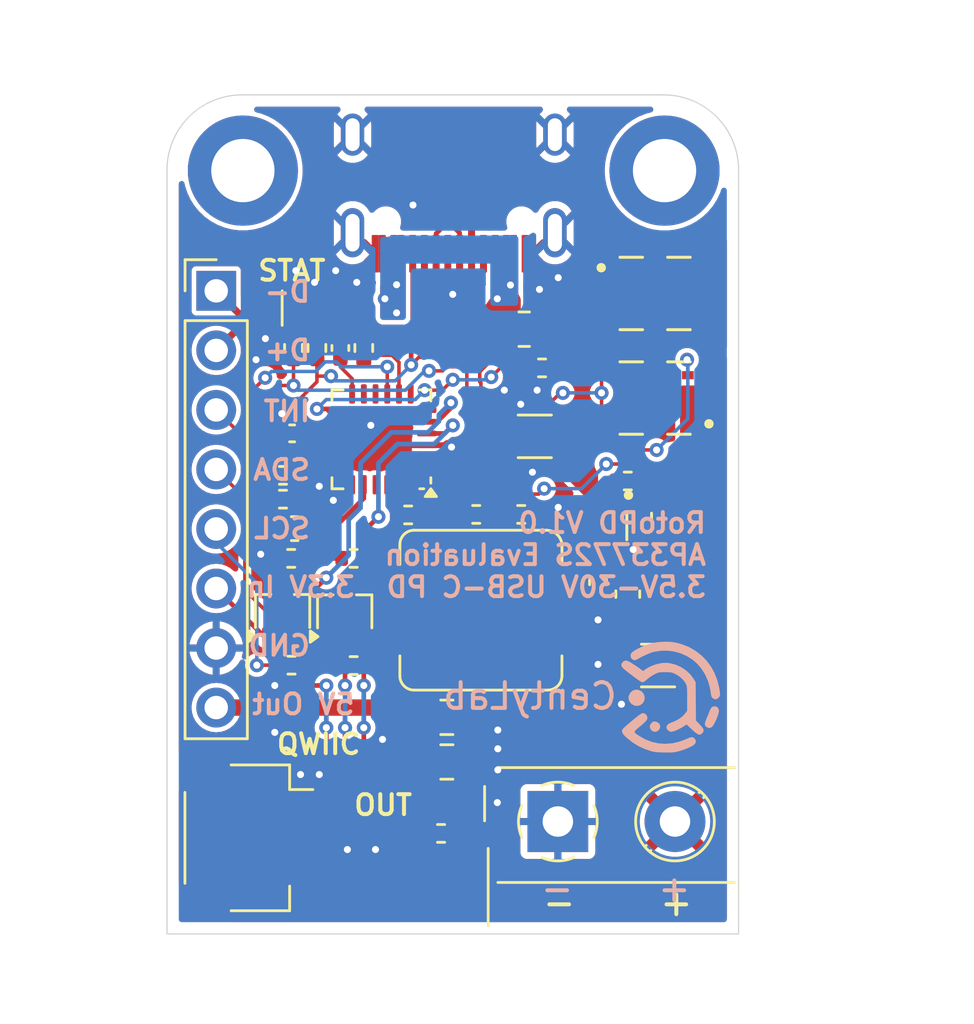
<source format=kicad_pcb>
(kicad_pcb (version 20241229) (generator "pcbnew") (generator_version "9.0")
  (layers (0 "F.Cu" signal) (2 "B.Cu" signal) (13 "F.Paste" user) (15 "B.Paste" user) (5 "F.SilkS" user "F.Silkscreen") (7 "B.SilkS" user "B.Silkscreen") (1 "F.Mask" user) (3 "B.Mask" user) (25 "Edge.Cuts" user))
  (net 0 "")
  (net 1 "Net-(U3-SS)")
  (net 2 "GND")
  (net 3 "/TPS_BOOT")
  (net 4 "/TPS_SW")
  (net 5 "/VBUS_SENSED")
  (net 6 "+5V")
  (net 7 "/VBUS_SW")
  (net 8 "/V5V")
  (net 9 "/V18")
  (net 10 "Net-(D1-A)")
  (net 11 "Net-(D2-A)")
  (net 12 "/VBUS")
  (net 13 "/USB_P")
  (net 14 "/USB_N")
  (net 15 "/CC2")
  (net 18 "/CC1")
  (net 19 "/SDA_3V3")
  (net 20 "/SCL_3V3")
  (net 21 "+3.3V")
  (net 22 "/PD_INT")
  (net 23 "/SCL_5V")
  (net 24 "/SDA_5V")
  (net 25 "Net-(R3-Pad2)")
  (net 26 "Net-(U3-RT)")
  (net 27 "/TPS_FB")
  (net 28 "Net-(U5-VOUT)")
  (net 29 "/PD_INT_3V")
  (net 30 "/PD_LED")
  (net 31 "/NTC")
  (net 33 "/NMOS")
  (net 34 "Net-(U5-PWR_EN)")
  (net 35 "Net-(U5-NC-Pad10)")
  (net 36 "/IFB")
  (footprint "Resistor_SMD:R_0402_1005Metric" (layer "F.Cu") (at 76.431 47.244)
    (property "Reference" "R3" (hide yes))
    (property "Value" "10k")
  )
  (footprint "Transistor_MOSFET:DFN-8(3.3x3.3)" (layer "F.Cu") (at 77.597 39.243)
    (property "Reference" "U4" (hide yes))
    (property "Value" "AON7262E")
  )
  (footprint "Resistor_SMD:R_0402_1005Metric" (layer "F.Cu") (at 64.728 55.118)
    (property "Reference" "R7" (hide yes))
    (property "Value" "5.1k")
  )
  (footprint "Capacitor_SMD:C_0805_2012Metric" (layer "F.Cu") (at 68.707 59.232)
    (property "Reference" "C5" (hide yes))
    (property "Value" "22u")
  )
  (footprint "TerminalBlock_Phoenix:TerminalBlock_Phoenix_MKDS-1,5-2_1x02_P5.00mm_Horizontal" (layer "F.Cu") (at 73.446 61.773)
    (property "Reference" "J3" (hide yes))
    (property "Value" "Screw_Terminal_5mm")
  )
  (footprint "Diode_SMD:D_SMA" (layer "F.Cu") (at 66.961 64.569 180)
    (property "Reference" "D3" (hide yes))
    (property "Value" "D_Schottky")
  )
  (footprint "LED_SMD:LED_0603_1608Metric" (layer "F.Cu") (at 63.161 39.869)
    (property "Reference" "D1" (hide yes))
    (property "Value" "RED")
  )
  (footprint "Resistor_SMD:R_0402_1005Metric" (layer "F.Cu") (at 61.711 47.003)
    (property "Reference" "R13" (hide yes))
    (property "Value" "5.1k")
  )
  (footprint "Capacitor_SMD:C_1206_3216Metric" (layer "F.Cu") (at 72.461 45.339 180)
    (property "Reference" "C3" (hide yes))
    (property "Value" "10u")
  )
  (footprint "LED_SMD:LED_0603_1608Metric" (layer "F.Cu") (at 68.834 61.01 180)
    (property "Reference" "D2" (hide yes))
    (property "Value" "RED")
  )
  (footprint "Transistor_MOSFET:DFN-8(3.3x3.3)" (layer "F.Cu") (at 77.597 43.7045 180)
    (property "Reference" "U6" (hide yes))
    (property "Value" "AON7262E")
  )
  (footprint "Package_TO_SOT_SMD:SOT-323_SC-70" (layer "F.Cu") (at 61.695 52.816 90)
    (property "Reference" "Q1" (hide yes))
    (property "Value" "BSS138")
  )
  (footprint "MountingHole:MountingHole_2.7mm_M2.5_DIN965_Pad_TopBottom" (layer "F.Cu") (at 60 34)
    (property "Reference" "H2" (hide yes))
    (property "Value" "MountingHole")
  )
  (footprint "Resistor_SMD:R_0402_1005Metric" (layer "F.Cu") (at 61.711 48.019)
    (property "Reference" "R14" (hide yes))
    (property "Value" "10k")
  )
  (footprint "Capacitor_SMD:C_0603_1608Metric" (layer "F.Cu") (at 76.431 52.07 -90)
    (property "Reference" "C1" (hide yes))
    (property "Value" "33n")
  )
  (footprint "Resistor_SMD:R_0402_1005Metric" (layer "F.Cu") (at 65.161 41.569 90)
    (property "Reference" "R15" (hide yes))
    (property "Value" "5.1k")
  )
  (footprint "Resistor_SMD:R_0402_1005Metric" (layer "F.Cu") (at 62.161 41.569 90)
    (property "Reference" "R2" (hide yes))
    (property "Value" "5.1k")
  )
  (footprint "Resistor_SMD:R_0402_1005Metric" (layer "F.Cu") (at 69.961 48.669)
    (property "Reference" "R8" (hide yes))
    (property "Value" "52.3k")
  )
  (footprint "Resistor_SMD:R_0402_1005Metric" (layer "F.Cu") (at 71.882 48.669)
    (property "Reference" "R9" (hide yes))
    (property "Value" "10k")
  )
  (footprint "Resistor_SMD:R_0805_2012Metric" (layer "F.Cu") (at 72.009 40.767)
    (property "Reference" "R5" (hide yes))
    (property "Value" "5m")
  )
  (footprint "Diode_TVS:SON50P100X255X50-10N" (layer "F.Cu") (at 68.834 40.669 90)
    (property "Reference" "D4" (hide yes))
    (property "Value" "TPD4E05U06DQAR" (hide yes))
  )
  (footprint "MountingHole:MountingHole_2.7mm_M2.5_DIN965_Pad_TopBottom" (layer "F.Cu") (at 78 34)
    (property "Reference" "H1" (hide yes))
    (property "Value" "MountingHole")
  )
  (footprint "Capacitor_SMD:C_0603_1608Metric" (layer "F.Cu") (at 62.211 49.276 180)
    (property "Reference" "C9" (hide yes))
    (property "Value" "1u")
  )
  (footprint "Resistor_SMD:R_0402_1005Metric" (layer "F.Cu") (at 62.061 50.546 180)
    (property "Reference" "R10" (hide yes))
    (property "Value" "5.1k")
  )
  (footprint "Capacitor_SMD:C_0805_2012Metric" (layer "F.Cu") (at 68.707 57.327)
    (property "Reference" "C4" (hide yes))
    (property "Value" "22u")
  )
  (footprint "Capacitor_SMD:C_1206_3216Metric" (layer "F.Cu") (at 77.724 55.118 180)
    (property "Reference" "C6" (hide yes))
    (property "Value" "10u")
  )
  (footprint "Connector_JST:JST_SH_SM04B-SRSS-TB_1x04-1MP_P1.00mm_Horizontal" (layer "F.Cu") (at 60.211 62.469 -90)
    (property "Reference" "J2" (hide yes))
    (property "Value" "QWIIC")
  )
  (footprint "Resistor_SMD:R_0402_1005Metric" (layer "F.Cu") (at 62.076 55.102 180)
    (property "Reference" "R6" (hide yes))
    (property "Value" "5.1k")
  )
  (footprint "Connector_PinHeader_2.54mm:PinHeader_1x08_P2.54mm_Vertical" (layer "F.Cu") (at 58.861 39.131)
    (property "Reference" "J4" (hide yes))
    (property "Value" "Conn_01x08")
  )
  (footprint "Resistor_SMD:R_0402_1005Metric" (layer "F.Cu") (at 67.056 48.691)
    (property "Reference" "R12" (hide yes))
    (property "Value" "27R")
  )
  (footprint "Resistor_SMD:R_0402_1005Metric" (layer "F.Cu") (at 72.771 42.418)
    (property "Reference" "TH1" (hide yes))
    (property "Value" "Thermistor_NTC")
  )
  (footprint "Interface_USBC:QFN-24-1EP_4x4mm_P0.5mm_EP2.6x2.6mm" (layer "F.Cu") (at 65.913 45.466 180)
    (property "Reference" "U5" (hide yes))
    (property "Value" "AP33772S")
  )
  (footprint "Capacitor_SMD:C_0402_1005Metric" (layer "F.Cu") (at 75.161 51.562 -90)
    (property "Reference" "C2" (hide yes))
    (property "Value" "100nF")
  )
  (footprint "Resistor_SMD:R_0402_1005Metric" (layer "F.Cu") (at 68.461 62.28 180)
    (property "Reference" "R18" (hide yes))
    (property "Value" "10k")
  )
  (footprint "Resistor_SMD:R_0402_1005Metric" (layer "F.Cu") (at 77.066 48.768 -90)
    (property "Reference" "R4" (hide yes))
    (property "Value" "10k")
  )
  (footprint "Connector_USBC:USB_C_GSwitch" (layer "F.Cu") (at 69 37.8 180)
    (property "Reference" "J1" (hide yes))
    (property "Value" "USB_C_Receptacle_USB2.0_16P")
  )
  (footprint "Power_Converter:SOT583" (layer "F.Cu") (at 75.161 49.149 -90)
    (property "Reference" "U3" (hide yes))
    (property "Value" "TPS62933DRLR")
  )
  (footprint "Capacitor_SMD:C_0402_1005Metric" (layer "F.Cu") (at 62.103 45.212 180)
    (property "Reference" "C8" (hide yes))
    (property "Value" "100nF")
  )
  (footprint "Package_TO_SOT_SMD:SOT-323_SC-70" (layer "F.Cu") (at 64.347 52.832 90)
    (property "Reference" "Q2" (hide yes))
    (property "Value" "BSS138")
  )
  (footprint "Inductor_SMD:L_Bourns_SRP7028A_7.3x6.6mm" (layer "F.Cu") (at 70.161 52.755 180)
    (property "Reference" "L1" (hide yes))
    (property "Value" "3.3u")
  )
  (footprint "Resistor_SMD:R_0402_1005Metric" (layer "F.Cu") (at 64.728 50.546)
    (property "Reference" "R11" (hide yes))
    (property "Value" "5.1k")
  )
  (footprint "Capacitor_SMD:C_0402_1005Metric" (layer "F.Cu") (at 64.161 41.569 90)
    (property "Reference" "C10" (hide yes))
    (property "Value" "100nF")
  )
  (footprint "Resistor_SMD:R_0402_1005Metric" (layer "F.Cu") (at 63.161 41.569 90)
    (property "Reference" "R1" (hide yes))
    (property "Value" "5.1k")
  )
  (footprint "Logo:CentyLab_logo" (layer "B.Cu") (at 78.261 56.469 180)
    (property "Reference" "G***" (hide yes))
    (property "Value" "LOGO" (hide yes))
  )
  (gr_line (start 81.161 33.969) (end 81.161 66.569) (stroke (width 0.05)) (layer "Edge.Cuts"))
  (gr_line (start 81.161 66.569) (end 56.761 66.569) (stroke (width 0.05)) (layer "Edge.Cuts"))
  (gr_arc (start 56.761 33.969) (mid 57.698258 31.706258) (end 59.961 30.769) (stroke (width 0.05)) (layer "Edge.Cuts"))
  (gr_arc (start 77.961 30.769) (mid 80.223742 31.706258) (end 81.161 33.969) (stroke (width 0.05)) (layer "Edge.Cuts"))
  (gr_line (start 56.761 66.569) (end 56.761 33.969) (stroke (width 0.05)) (layer "Edge.Cuts"))
  (gr_line (start 59.961 30.769) (end 77.961 30.769) (stroke (width 0.05)) (layer "Edge.Cuts"))
  (gr_text "QWIIC" (at 61.361 58.969 0) (layer "F.SilkS") (effects (font (size 0.85 0.85) (thickness 0.17) (bold yes)) (justify left bottom)))
  (gr_text "+" (at 77.711 65.869 -0) (layer "F.SilkS") (effects (font (size 1.1 1.1) (thickness 0.17)) (justify left bottom)))
  (gr_text "STAT" (at 60.561 38.769 0) (layer "F.SilkS") (effects (font (size 0.85 0.85) (thickness 0.17) (bold yes)) (justify left bottom)))
  (gr_text "-" (at 72.711 65.869 -0) (layer "F.SilkS") (effects (font (size 1.1 1.1) (thickness 0.17)) (justify left bottom)))
  (gr_text "OUT" (at 64.661 61.569 0) (layer "F.SilkS") (effects (font (size 0.85 0.85) (thickness 0.17) (bold yes)) (justify left bottom)))
  (gr_text "SDA" (at 62.961 47.269 0) (layer "B.SilkS") (effects (font (size 0.85 0.85) (thickness 0.17) (bold yes)) (justify left bottom mirror)))
  (gr_text "CentyLab" (at 76.061 57.069 0) (layer "B.SilkS") (effects (font (size 1.1 1.1) (thickness 0.17)) (justify left bottom mirror)))
  (gr_text "SCL" (at 62.961 49.769 0) (layer "B.SilkS") (effects (font (size 0.85 0.85) (thickness 0.17) (bold yes)) (justify left bottom mirror)))
  (gr_text "D+" (at 62.961 42.169 0) (layer "B.SilkS") (effects (font (size 0.85 0.85) (thickness 0.17) (bold yes)) (justify left bottom mirror)))
  (gr_text "+" (at 79.211 65.269 0) (layer "B.SilkS") (effects (font (size 1.1 1.1) (thickness 0.17)) (justify left bottom mirror)))
  (gr_text "D-" (at 62.961 39.669 0) (layer "B.SilkS") (effects (font (size 0.85 0.85) (thickness 0.17) (bold yes)) (justify left bottom mirror)))
  (gr_text "-" (at 74.211 65.269 0) (layer "B.SilkS") (effects (font (size 1.1 1.1) (thickness 0.17)) (justify left bottom mirror)))
  (gr_text "5V Out" (at 64.861 57.269 0) (layer "B.SilkS") (effects (font (size 0.85 0.85) (thickness 0.17) (bold yes)) (justify left bottom mirror)))
  (gr_text "GND" (at 62.961 54.769 -0) (layer "B.SilkS") (effects (font (size 0.85 0.85) (thickness 0.17) (bold yes)) (justify left bottom mirror)))
  (gr_text "INT" (at 62.961 44.769 0) (layer "B.SilkS") (effects (font (size 0.85 0.85) (thickness 0.17) (bold yes)) (justify left bottom mirror)))
  (gr_text "3.3V In" (at 64.861 52.269 0) (layer "B.SilkS") (effects (font (size 0.85 0.85) (thickness 0.17) (bold yes)) (justify left bottom mirror)))
  (gr_text "RotoPD V1.0\nAP33772S Evaluation\n3.5V-30V USB-C PD" (at 79.861 52.269 0) (layer "B.SilkS") (effects (font (size 0.85 0.85) (thickness 0.17)) (justify left bottom mirror)))
  (segment (start 75.411 49.884) (end 75.411 50.275) (width 0.15) (layer "F.Cu") (net 1))
  (segment (start 75.411 50.275) (end 76.431 51.295) (width 0.15) (layer "F.Cu") (net 1))
  (segment (start 73.281 42.418) (end 73.281 42.649) (width 0.15) (layer "F.Cu") (net 2))
  (segment (start 73.281 42.649) (end 72.561 43.369) (width 0.15) (layer "F.Cu") (net 2))
  (via (at 67.261 35.469) (size 0.6) (drill 0.3) (layers "F.Cu" "B.Cu") (net 2))
  (via (at 65.661 62.969) (size 0.6) (drill 0.3) (layers "F.Cu" "B.Cu") (net 2))
  (via (at 65.461 44.869) (size 0.6) (drill 0.3) (layers "F.Cu" "B.Cu") (net 2))
  (via (at 65.961 58.269) (size 0.6) (drill 0.3) (layers "F.Cu" "B.Cu") (net 2))
  (via (at 70.883439 57.869) (size 0.6) (drill 0.3) (layers "F.Cu" "B.Cu") (net 2))
  (via (at 73.461 48.369) (size 0.6) (drill 0.3) (layers "F.Cu" "B.Cu") (net 2))
  (via (at 63.961 38.269) (size 0.6) (drill 0.3) (layers "F.Cu" "B.Cu") (net 2))
  (via (at 63.861 48.069) (size 0.6) (drill 0.3) (layers "F.Cu" "B.Cu") (net 2))
  (via (at 60.961 41.169) (size 0.6) (drill 0.3) (layers "F.Cu" "B.Cu") (net 2))
  (via (at 64.861 38.769) (size 0.6) (drill 0.3) (layers "F.Cu" "B.Cu") (net 2))
  (via (at 62.261 38.269) (size 0.6) (drill 0.3) (layers "F.Cu" "B.Cu") (net 2))
  (via (at 63.261 47.469) (size 0.6) (drill 0.3) (layers "F.Cu" "B.Cu") (net 2))
  (via (at 75.161 53.169) (size 0.6) (drill 0.3) (layers "F.Cu" "B.Cu") (net 2))
  (via (at 63.061 38.769) (size 0.6) (drill 0.3) (layers "F.Cu" "B.Cu") (net 2))
  (via (at 70.861 60.965348) (size 0.6) (drill 0.3) (layers "F.Cu" "B.Cu") (net 2))
  (via (at 60.561 42.069) (size 0.6) (drill 0.3) (layers "F.Cu" "B.Cu") (net 2))
  (via (at 62.461 59.769) (size 0.6) (drill 0.3) (layers "F.Cu" "B.Cu") (net 2))
  (via (at 76.161 56.769) (size 0.6) (drill 0.3) (layers "F.Cu" "B.Cu") (net 2))
  (via (at 61.361 57.969) (size 0.6) (drill 0.3) (layers "F.Cu" "B.Cu") (net 2))
  (via (at 72.361 46.869) (size 0.6) (drill 0.3) (layers "F.Cu" "B.Cu") (net 2))
  (via (at 61.661 44.369) (size 0.6) (drill 0.3) (layers "F.Cu" "B.Cu") (net 2))
  (via (at 71.161 43.369) (size 0.6) (drill 0.3) (layers "F.Cu" "B.Cu") (net 2))
  (via (at 68.907486 45.796568) (size 0.6) (drill 0.3) (layers "F.Cu" "B.Cu") (net 2))
  (via (at 71.861 43.969) (size 0.6) (drill 0.3) (layers "F.Cu" "B.Cu") (net 2))
  (via (at 76.661 50.169) (size 0.6) (drill 0.3) (layers "F.Cu" "B.Cu") (net 2))
  (via (at 70.883439 58.669) (size 0.6) (drill 0.3) (layers "F.Cu" "B.Cu") (net 2))
  (via (at 70.883439 59.569) (size 0.6) (drill 0.3) (layers "F.Cu" "B.Cu") (net 2))
  (via (at 60.761 50.369) (size 0.6) (drill 0.3) (layers "F.Cu" "B.Cu") (net 2))
  (via (at 72.661 39.069) (size 0.6) (drill 0.3) (layers "F.Cu" "B.Cu") (net 2))
  (via (at 61.361 55.969) (size 0.6) (drill 0.3) (layers "F.Cu" "B.Cu") (net 2))
  (via (at 75.161 55.069) (size 0.6) (drill 0.3) (layers "F.Cu" "B.Cu") (net 2))
  (via (at 73.461 38.569) (size 0.6) (drill 0.3) (layers "F.Cu" "B.Cu") (net 2))
  (via (at 68.958303 39.27956) (size 0.6) (drill 0.3) (layers "F.Cu" "B.Cu") (net 2))
  (via (at 64.461 62.969) (size 0.6) (drill 0.3) (layers "F.Cu" "B.Cu") (net 2))
  (via (at 63.261 59.769) (size 0.6) (drill 0.3) (layers "F.Cu" "B.Cu") (net 2))
  (via (at 72.561 43.369) (size 0.6) (drill 0.3) (layers "F.Cu" "B.Cu") (net 2))
  (segment (start 74.911 49.884) (end 74.911 50.832) (width 0.15) (layer "F.Cu") (net 3))
  (segment (start 74.911 50.832) (end 75.161 51.082) (width 0.15) (layer "F.Cu") (net 3))
  (segment (start 70.061 44.21461) (end 70.161 44.11461) (width 0.15) (layer "F.Cu") (net 5))
  (segment (start 70.061 45.969) (end 70.061 44.21461) (width 0.15) (layer "F.Cu") (net 5))
  (segment (start 68.6265 47.4035) (end 70.061 45.969) (width 0.15) (layer "F.Cu") (net 5))
  (segment (start 72.9215 41.2515) (end 72.9215 40.767) (width 0.15) (layer "F.Cu") (net 5))
  (segment (start 70.161 44.11461) (end 70.161 43.061965) (width 0.15) (layer "F.Cu") (net 5))
  (segment (start 72.39 41.783) (end 72.9215 41.2515) (width 0.15) (layer "F.Cu") (net 5))
  (segment (start 70.161 43.061965) (end 70.1115 43.012465) (width 0.15) (layer "F.Cu") (net 5))
  (segment (start 70.1115 43.012465) (end 70.1115 42.5835) (width 0.15) (layer "F.Cu") (net 5))
  (segment (start 70.1115 42.5835) (end 70.912 41.783) (width 0.15) (layer "F.Cu") (net 5))
  (segment (start 70.912 41.783) (end 72.39 41.783) (width 0.15) (layer "F.Cu") (net 5))
  (segment (start 67.163 47.4035) (end 68.6265 47.4035) (width 0.15) (layer "F.Cu") (net 5))
  (segment (start 58.861 56.911) (end 65.761 56.911) (width 0.7) (layer "F.Cu") (net 6))
  (segment (start 65.783 56.889) (end 65.761 56.911) (width 0.15) (layer "F.Cu") (net 6))
  (segment (start 67.341 56.911) (end 67.757 57.327) (width 0.5) (layer "F.Cu") (net 6))
  (segment (start 66.861 49.469) (end 65.783 50.547) (width 0.15) (layer "F.Cu") (net 6))
  (segment (start 65.761 56.911) (end 67.341 56.911) (width 0.7) (layer "F.Cu") (net 6))
  (segment (start 65.783 50.547) (end 65.783 56.889) (width 0.15) (layer "F.Cu") (net 6))
  (segment (start 69.467 48.437) (end 69.467 48.653) (width 0.15) (layer "F.Cu") (net 6))
  (segment (start 68.651 49.469) (end 66.861 49.469) (width 0.15) (layer "F.Cu") (net 6))
  (segment (start 69.467 48.653) (end 68.651 49.469) (width 0.15) (layer "F.Cu") (net 6))
  (segment (start 77.911 46.519) (end 77.961 46.569) (width 0.15) (layer "F.Cu") (net 7))
  (segment (start 69.328 47.802) (end 68.834 48.296) (width 0.15) (layer "F.Cu") (net 7))
  (segment (start 68.58 48.691) (end 67.566 48.691) (width 0.15) (layer "F.Cu") (net 7))
  (segment (start 68.834 48.437) (end 68.58 48.691) (width 0.15) (layer "F.Cu") (net 7))
  (segment (start 72.628 47.802) (end 69.328 47.802) (width 0.15) (layer "F.Cu") (net 7))
  (segment (start 68.834 48.296) (end 68.834 48.437) (width 0.15) (layer "F.Cu") (net 7))
  (segment (start 75.511 46.519) (end 77.911 46.519) (width 0.15) (layer "F.Cu") (net 7))
  (segment (start 72.861 47.569) (end 72.628 47.802) (width 0.15) (layer "F.Cu") (net 7))
  (via (at 72.861 47.569) (size 0.6) (drill 0.3) (layers "F.Cu" "B.Cu") (net 7))
  (via (at 75.511 46.519) (size 0.6) (drill 0.3) (layers "F.Cu" "B.Cu") (net 7))
  (segment (start 75.511 46.519) (end 74.461 47.569) (width 0.15) (layer "B.Cu") (net 7))
  (segment (start 74.461 47.569) (end 72.861 47.569) (width 0.15) (layer "B.Cu") (net 7))
  (segment (start 62.571 50.546) (end 64.218 50.546) (width 0.2) (layer "F.Cu") (net 8))
  (segment (start 65.163 47.980386) (end 65.163 47.4035) (width 0.2) (layer "F.Cu") (net 8))
  (segment (start 63.867386 49.276) (end 65.163 47.980386) (width 0.2) (layer "F.Cu") (net 8))
  (segment (start 62.986 49.276) (end 63.867386 49.276) (width 0.2) (layer "F.Cu") (net 8))
  (segment (start 62.571 49.691) (end 62.986 49.276) (width 0.2) (layer "F.Cu") (net 8))
  (segment (start 62.571 50.546) (end 62.571 49.691) (width 0.2) (layer "F.Cu") (net 8))
  (segment (start 64.161 42.049) (end 64.161 42.374965) (width 0.15) (layer "F.Cu") (net 9))
  (segment (start 64.161 42.374965) (end 64.663 42.876965) (width 0.15) (layer "F.Cu") (net 9))
  (segment (start 64.663 42.876965) (end 64.663 43.5285) (width 0.15) (layer "F.Cu") (net 9))
  (segment (start 65.161 41.059) (end 65.1385 41.059) (width 0.15) (layer "F.Cu") (net 10))
  (segment (start 65.1385 41.059) (end 63.9485 39.869) (width 0.15) (layer "F.Cu") (net 10))
  (segment (start 68.0465 61.01) (end 68.0465 62.1845) (width 0.2) (layer "F.Cu") (net 11))
  (segment (start 68.0465 62.1845) (end 67.951 62.28) (width 0.2) (layer "F.Cu") (net 11))
  (segment (start 69.561 42.469) (end 71.0965 40.9335) (width 0.15) (layer "F.Cu") (net 12))
  (segment (start 68.814 46.716) (end 69.561 45.969) (width 0.15) (layer "F.Cu") (net 12))
  (segment (start 69.561 45.969) (end 69.561 42.469) (width 0.15) (layer "F.Cu") (net 12))
  (segment (start 71.0965 40.9335) (end 71.0965 40.767) (width 0.15) (layer "F.Cu") (net 12))
  (segment (start 67.8505 46.716) (end 68.814 46.716) (width 0.15) (layer "F.Cu") (net 12))
  (via (at 66.561 40.069) (size 0.6) (drill 0.3) (layers "F.Cu" "B.Cu") (net 12))
  (via (at 66.061 39.469) (size 0.6) (drill 0.3) (layers "F.Cu" "B.Cu") (net 12))
  (via (at 71.423718 38.882591) (size 0.6) (drill 0.3) (layers "F.Cu" "B.Cu") (net 12))
  (via (at 66.561 38.869) (size 0.6) (drill 0.3) (layers "F.Cu" "B.Cu") (net 12))
  (via (at 70.861 39.469) (size 0.6) (drill 0.3) (layers "F.Cu" "B.Cu") (net 12))
  (segment (start 61.211 39.572554) (end 61.211 37.772554) (width 0.3) (layer "F.Cu") (net 13))
  (segment (start 61.211 37.772554) (end 64.464554 34.519) (width 0.3) (layer "F.Cu") (net 13))
  (segment (start 67.957446 34.519) (end 68.195154 34.756708) (width 0.3) (layer "F.Cu") (net 13))
  (segment (start 68.25 37.546) (end 68.25 38.403522) (width 0.2) (layer "F.Cu") (net 13))
  (segment (start 67.8434 40.061) (end 67.8434 41.077) (width 0.2) (layer "F.Cu") (net 13))
  (segment (start 68.195154 36.148898) (end 68.456901 36.410645) (width 0.3) (layer "F.Cu") (net 13))
  (segment (start 58.861 41.671) (end 59.881 40.651) (width 0.3) (layer "F.Cu") (net 13))
  (segment (start 69.25 36.658) (end 69.25 37.546) (width 0.2) (layer "F.Cu") (net 13))
  (segment (start 59.881 40.651) (end 60.132554 40.651) (width 0.3) (layer "F.Cu") (net 13))
  (segment (start 60.132554 40.651) (end 61.211 39.572554) (width 0.3) (layer "F.Cu") (net 13))
  (segment (start 68.25 37.546) (end 68.25 36.688256) (width 0.2) (layer "F.Cu") (net 13))
  (segment (start 69.038 36.446) (end 69.25 36.658) (width 0.2) (layer "F.Cu") (net 13))
  (segment (start 64.464554 34.519) (end 67.957446 34.519) (width 0.3) (layer "F.Cu") (net 13))
  (segment (start 68.25 36.688256) (end 68.492256 36.446) (width 0.2) (layer "F.Cu") (net 13))
  (segment (start 68.492256 36.446) (end 69.038 36.446) (width 0.2) (layer "F.Cu") (net 13))
  (segment (start 67.8434 38.810122) (end 67.8434 39.751) (width 0.2) (layer "F.Cu") (net 13))
  (segment (start 68.195154 34.756708) (end 68.195154 36.148898) (width 0.3) (layer "F.Cu") (net 13))
  (segment (start 68.25 38.403522) (end 67.8434 38.810122) (width 0.2) (layer "F.Cu") (net 13))
  (segment (start 60.711 39.365446) (end 60.711 37.565446) (width 0.3) (layer "F.Cu") (net 14))
  (segment (start 59.925446 40.151) (end 60.711 39.365446) (width 0.3) (layer "F.Cu") (net 14))
  (segment (start 68.5968 38.669) (end 69.484522 38.669) (width 0.2) (layer "F.Cu") (net 14))
  (segment (start 68.326 39.751) (end 68.326 38.9398) (width 0.2) (layer "F.Cu") (net 14))
  (segment (start 68.5289 38.7369) (end 68.748 38.5178) (width 0.2) (layer "F.Cu") (net 14))
  (segment (start 60.711 37.565446) (end 64.257446 34.019) (width 0.3) (layer "F.Cu") (net 14))
  (segment (start 68.695154 34.5496) (end 68.695154 35.703154) (width 0.3) (layer "F.Cu") (net 14))
  (segment (start 68.326 40.061) (end 68.326 41.077) (width 0.2) (layer "F.Cu") (net 14))
  (segment (start 68.748 38.5178) (end 68.748 37.546) (width 0.2) (layer "F.Cu") (net 14))
  (segment (start 59.881 40.151) (end 59.925446 40.151) (width 0.3) (layer "F.Cu") (net 14))
  (segment (start 69.762 38.391522) (end 69.762 37.546) (width 0.2) (layer "F.Cu") (net 14))
  (segment (start 64.257446 34.019) (end 68.164554 34.019) (width 0.3) (layer "F.Cu") (net 14))
  (segment (start 69.484522 38.669) (end 69.762 38.391522) (width 0.2) (layer "F.Cu") (net 14))
  (segment (start 68.164554 34.019) (end 68.695154 34.5496) (width 0.3) (layer "F.Cu") (net 14))
  (segment (start 69.361 35.869) (end 69.762 36.27) (width 0.3) (layer "F.Cu") (net 14))
  (segment (start 68.5289 38.7369) (end 68.5968 38.669) (width 0.2) (layer "F.Cu") (net 14))
  (segment (start 58.861 39.131) (end 59.881 40.151) (width 0.3) (layer "F.Cu") (net 14))
  (segment (start 69.762 36.27) (end 69.762 37.546) (width 0.3) (layer "F.Cu") (net 14))
  (segment (start 68.326 38.9398) (end 68.5289 38.7369) (width 0.2) (layer "F.Cu") (net 14))
  (segment (start 68.861 35.869) (end 69.361 35.869) (width 0.3) (layer "F.Cu") (net 14))
  (segment (start 68.695154 35.703154) (end 68.861 35.869) (width 0.3) (layer "F.Cu") (net 14))
  (segment (start 63.161 43.011) (end 63.161 42.769) (width 0.15) (layer "F.Cu") (net 15))
  (segment (start 67.25 37.546) (end 67.25 41.54832) (width 0.2) (layer "F.Cu") (net 15))
  (segment (start 69.342 40.061) (end 69.342 41.077) (width 0.2) (layer "F.Cu") (net 15))
  (segment (start 67.183 42.291) (end 67.506893 41.967107) (width 0.15) (layer "F.Cu") (net 15))
  (segment (start 62.403 43.769) (end 63.161 43.011) (width 0.15) (layer "F.Cu") (net 15))
  (segment (start 63.9755 45.716) (end 63.377 45.716) (width 0.15) (layer "F.Cu") (net 15))
  (segment (start 67.25 41.54832) (end 67.183 41.61532) (width 0.2) (layer "F.Cu") (net 15))
  (segment (start 60.96 44.323) (end 61.514 43.769) (width 0.15) (layer "F.Cu") (net 15))
  (segment (start 69.342 41.588) (end 69.342 41.2916) (width 0.15) (layer "F.Cu") (net 15))
  (segment (start 61.514 43.769) (end 62.403 43.769) (width 0.15) (layer "F.Cu") (net 15))
  (segment (start 68.962893 41.967107) (end 69.342 41.588) (width 0.15) (layer "F.Cu") (net 15))
  (segment (start 67.183 41.61532) (end 67.183 42.291) (width 0.2) (layer "F.Cu") (net 15))
  (segment (start 63.377 45.716) (end 63.373 45.72) (width 0.15) (layer "F.Cu") (net 15))
  (segment (start 67.506893 41.967107) (end 68.962893 41.967107) (width 0.15) (layer "F.Cu") (net 15))
  (segment (start 63.761 42.769) (end 63.161 42.769) (width 0.15) (layer "F.Cu") (net 15))
  (segment (start 63.161 42.769) (end 63.161 42.166) (width 0.15) (layer "F.Cu") (net 15))
  (segment (start 63.246 45.72) (end 63.125 45.841) (width 0.15) (layer "F.Cu") (net 15))
  (segment (start 61.081 45.841) (end 60.96 45.72) (width 0.15) (layer "F.Cu") (net 15))
  (segment (start 63.125 45.841) (end 61.081 45.841) (width 0.15) (layer "F.Cu") (net 15))
  (segment (start 63.373 45.72) (end 63.246 45.72) (width 0.15) (layer "F.Cu") (net 15))
  (segment (start 60.96 45.72) (end 60.96 44.323) (width 0.15) (layer "F.Cu") (net 15))
  (via (at 63.761 42.769) (size 0.6) (drill 0.3) (layers "F.Cu" "B.Cu") (net 15))
  (via (at 67.183 42.291) (size 0.6) (drill 0.3) (layers "F.Cu" "B.Cu") (net 15))
  (segment (start 66.505 42.969) (end 63.961 42.969) (width 0.15) (layer "B.Cu") (net 15))
  (segment (start 63.961 42.969) (end 63.761 42.769) (width 0.15) (layer "B.Cu") (net 15))
  (segment (start 67.183 42.291) (end 66.505 42.969) (width 0.15) (layer "B.Cu") (net 15))
  (segment (start 67.945 42.545) (end 68.522035 42.545) (width 0.15) (layer "F.Cu") (net 18))
  (segment (start 60.66 44.117) (end 61.608 43.169) (width 0.15) (layer "F.Cu") (net 18))
  (segment (start 63.9755 46.216) (end 61.031736 46.216) (width 0.15) (layer "F.Cu") (net 18))
  (segment (start 69.8246 39.3054) (end 69.8246 40.061) (width 0.2) (layer "F.Cu") (net 18))
  (segment (start 68.698035 42.369) (end 69.161 42.369) (width 0.15) (layer "F.Cu") (net 18))
  (segment (start 68.522035 42.545) (end 68.698035 42.369) (width 0.15) (layer "F.Cu") (net 18))
  (segment (start 61.608 43.169) (end 62.161 43.169) (width 0.15) (layer "F.Cu") (net 18))
  (segment (start 69.161 42.369) (end 69.8246 41.7054) (width 0.15) (layer "F.Cu") (net 18))
  (segment (start 70.27 37.546) (end 70.27 38.86) (width 0.2) (layer "F.Cu") (net 18))
  (segment (start 70.27 38.86) (end 69.8246 39.3054) (width 0.2) (layer "F.Cu") (net 18))
  (segment (start 60.66 45.844264) (end 60.66 44.117) (width 0.15) (layer "F.Cu") (net 18))
  (segment (start 69.8246 40.061) (end 69.8246 41.077) (width 0.2) (layer "F.Cu") (net 18))
  (segment (start 61.031736 46.216) (end 60.66 45.844264) (width 0.15) (layer "F.Cu") (net 18))
  (segment (start 62.161 43.169) (end 62.161 42.166) (width 0.15) (layer "F.Cu") (net 18))
  (segment (start 69.8246 41.7054) (end 69.8246 41.077) (width 0.15) (layer "F.Cu") (net 18))
  (via (at 67.945 42.545) (size 0.6) (drill 0.3) (layers "F.Cu" "B.Cu") (net 18))
  (via (at 62.161 43.169) (size 0.6) (drill 0.3) (layers "F.Cu" "B.Cu") (net 18))
  (segment (start 67.760035 42.545) (end 66.936035 43.369) (width 0.15) (layer "B.Cu") (net 18))
  (segment (start 66.936035 43.369) (end 62.361 43.369) (width 0.15) (layer "B.Cu") (net 18))
  (segment (start 67.945 42.545) (end 67.760035 42.545) (width 0.15) (layer "B.Cu") (net 18))
  (segment (start 62.361 43.369) (end 62.161 43.169) (width 0.15) (layer "B.Cu") (net 18))
  (segment (start 65.161 55.969) (end 65.161 55.195) (width 0.2) (layer "F.Cu") (net 19))
  (segment (start 61.061 52.869) (end 60.083403 51.891403) (width 0.15) (layer "F.Cu") (net 19))
  (segment (start 64.997 53.832) (end 64.997 54.877) (width 0.15) (layer "F.Cu") (net 19))
  (segment (start 64.029 52.864) (end 61.066 52.864) (width 0.15) (layer "F.Cu") (net 19))
  (segment (start 64.997 54.877) (end 65.238 55.118) (width 0.15) (layer "F.Cu") (net 19))
  (segment (start 65.161 55.195) (end 65.238 55.118) (width 0.2) (layer "F.Cu") (net 19))
  (segment (start 60.083403 47.973403) (end 58.861 46.751) (width 0.15) (layer "F.Cu") (net 19))
  (segment (start 65.161 61.169) (end 63.361 62.969) (width 0.2) (layer "F.Cu") (net 19))
  (segment (start 63.361 62.969) (end 62.211 62.969) (width 0.2) (layer "F.Cu") (net 19))
  (segment (start 64.997 53.832) (end 64.029 52.864) (width 0.15) (layer "F.Cu") (net 19))
  (segment (start 60.083403 51.891403) (end 60.083403 47.973403) (width 0.15) (layer "F.Cu") (net 19))
  (segment (start 65.161 57.769) (end 65.161 61.169) (width 0.2) (layer "F.Cu") (net 19))
  (segment (start 61.066 52.864) (end 61.061 52.869) (width 0.15) (layer "F.Cu") (net 19))
  (via (at 65.161 55.969) (size 0.6) (drill 0.3) (layers "F.Cu" "B.Cu") (net 19))
  (via (at 65.161 57.769) (size 0.6) (drill 0.3) (layers "F.Cu" "B.Cu") (net 19))
  (segment (start 65.161 57.769) (end 65.161 55.969) (width 0.2) (layer "B.Cu") (net 19))
  (segment (start 62.111 59.019) (end 60.761 60.369) (width 0.2) (layer "F.Cu") (net 20))
  (segment (start 61.436001 63.969) (end 62.211 63.969) (width 0.2) (layer "F.Cu") (net 20))
  (segment (start 60.761 60.369) (end 60.761 63.293999) (width 0.2) (layer "F.Cu") (net 20))
  (segment (start 62.433 55.969) (end 61.566 55.102) (width 0.2) (layer "F.Cu") (net 20))
  (segment (start 63.561 55.969) (end 62.433 55.969) (width 0.2) (layer "F.Cu") (net 20))
  (segment (start 62.961 59.019) (end 62.111 59.019) (width 0.2) (layer "F.Cu") (net 20))
  (segment (start 60.761 63.293999) (end 61.436001 63.969) (width 0.2) (layer "F.Cu") (net 20))
  (segment (start 62.345 53.816) (end 62.345 54.323) (width 0.15) (layer "F.Cu") (net 20))
  (segment (start 62.345 54.323) (end 61.566 55.102) (width 0.15) (layer "F.Cu") (net 20))
  (segment (start 63.561 57.769) (end 63.561 58.419) (width 0.2) (layer "F.Cu") (net 20))
  (segment (start 60.594 55.102) (end 61.566 55.102) (width 0.15) (layer "F.Cu") (net 20))
  (segment (start 63.561 58.419) (end 62.961 59.019) (width 0.2) (layer "F.Cu") (net 20))
  (via (at 63.561 55.969) (size 0.6) (drill 0.3) (layers "F.Cu" "B.Cu") (net 20))
  (via (at 60.594 55.102) (size 0.6) (drill 0.3) (layers "F.Cu" "B.Cu") (net 20))
  (via (at 63.561 57.769) (size 0.6) (drill 0.3) (layers "F.Cu" "B.Cu") (net 20))
  (segment (start 60.594 55.102) (end 60.594 51.602) (width 0.15) (layer "B.Cu") (net 20))
  (segment (start 63.561 57.769) (end 63.561 55.969) (width 0.2) (layer "B.Cu") (net 20))
  (segment (start 58.861 49.869) (end 58.861 49.291) (width 0.15) (layer "B.Cu") (net 20))
  (segment (start 60.594 51.602) (end 58.861 49.869) (width 0.15) (layer "B.Cu") (net 20))
  (segment (start 64.218 55.118) (end 64.218 54.353) (width 0.2) (layer "F.Cu") (net 21))
  (segment (start 64.361 61.23316) (end 64.361 57.769) (width 0.2) (layer "F.Cu") (net 21))
  (segment (start 62.211 61.969) (end 63.62516 61.969) (width 0.2) (layer "F.Cu") (net 21))
  (segment (start 62.958 53.166) (end 61.695 53.166) (width 0.2) (layer "F.Cu") (net 21))
  (segment (start 61.695 53.166) (end 61.045 53.816) (width 0.2) (layer "F.Cu") (net 21))
  (segment (start 63.624 53.832) (end 62.958 53.166) (width 0.2) (layer "F.Cu") (net 21))
  (segment (start 60.846 53.816) (end 58.861 51.831) (width 0.2) (layer "F.Cu") (net 21))
  (segment (start 64.218 54.353) (end 63.697 53.832) (width 0.2) (layer "F.Cu") (net 21))
  (segment (start 64.202 55.102) (end 64.218 55.118) (width 0.2) (layer "F.Cu") (net 21))
  (segment (start 61.045 53.816) (end 60.846 53.816) (width 0.2) (layer "F.Cu") (net 21))
  (segment (start 62.586 55.102) (end 64.202 55.102) (width 0.2) (layer "F.Cu") (net 21))
  (segment (start 63.62516 61.969) (end 64.361 61.23316) (width 0.2) (layer "F.Cu") (net 21))
  (segment (start 63.697 53.832) (end 63.624 53.832) (width 0.2) (layer "F.Cu") (net 21))
  (segment (start 64.361 55.969) (end 64.361 55.261) (width 0.2) (layer "F.Cu") (net 21))
  (segment (start 64.361 55.261) (end 64.218 55.118) (width 0.2) (layer "F.Cu") (net 21))
  (via (at 64.361 57.769) (size 0.6) (drill 0.3) (layers "F.Cu" "B.Cu") (net 21))
  (via (at 64.361 55.969) (size 0.6) (drill 0.3) (layers "F.Cu" "B.Cu") (net 21))
  (segment (start 64.361 57.769) (end 64.361 55.969) (width 0.2) (layer "B.Cu") (net 21))
  (segment (start 60.950196 42.840082) (end 60.327916 43.462362) (width 0.15) (layer "F.Cu") (net 22))
  (segment (start 60.327916 46.129916) (end 61.201 47.003) (width 0.15) (layer "F.Cu") (net 22))
  (segment (start 66.163 42.369) (end 66.163 43.5285) (width 0.15) (layer "F.Cu") (net 22))
  (segment (start 60.327916 43.462362) (end 60.327916 46.129916) (width 0.15) (layer "F.Cu") (net 22))
  (via (at 60.950196 42.840082) (size 0.6) (drill 0.3) (layers "F.Cu" "B.Cu") (net 22))
  (via (at 66.163 42.369) (size 0.6) (drill 0.3) (layers "F.Cu" "B.Cu") (net 22))
  (segment (start 63.988746 42.161437) (end 64.196309 42.369) (width 0.15) (layer "B.Cu") (net 22))
  (segment (start 63.515057 42.161437) (end 63.988746 42.161437) (width 0.15) (layer "B.Cu") (net 22))
  (segment (start 64.196309 42.369) (end 66.163 42.369) (width 0.15) (layer "B.Cu") (net 22))
  (segment (start 60.950196 42.840082) (end 61.221278 42.569) (width 0.15) (layer "B.Cu") (net 22))
  (segment (start 61.221278 42.569) (end 63.107494 42.569) (width 0.15) (layer "B.Cu") (net 22))
  (segment (start 63.107494 42.569) (end 63.515057 42.161437) (width 0.15) (layer "B.Cu") (net 22))
  (segment (start 68.88073 43.902799) (end 68.88073 44.126026) (width 0.2) (layer "F.Cu") (net 23))
  (segment (start 61.742 51.769) (end 61.695 51.816) (width 0.2) (layer "F.Cu") (net 23))
  (segment (start 63.561 51.369) (end 63.161 51.769) (width 0.2) (layer "F.Cu") (net 23))
  (segment (start 61.551 51.672) (end 61.695 51.816) (width 0.15) (layer "F.Cu") (net 23))
  (segment (start 63.161 51.769) (end 61.742 51.769) (width 0.2) (layer "F.Cu") (net 23))
  (segment (start 61.551 50.546) (end 61.551 51.672) (width 0.15) (layer "F.Cu") (net 23))
  (segment (start 68.290756 44.716) (end 67.8505 44.716) (width 0.2) (layer "F.Cu") (net 23))
  (segment (start 68.88073 44.126026) (end 68.290756 44.716) (width 0.2) (layer "F.Cu") (net 23))
  (via (at 68.88073 43.902799) (size 0.6) (drill 0.3) (layers "F.Cu" "B.Cu") (net 23))
  (via (at 63.561 51.369) (size 0.6) (drill 0.3) (layers "F.Cu" "B.Cu") (net 23))
  (segment (start 64.516 48.895) (end 64.516 50.414) (width 0.2) (layer "B.Cu") (net 23))
  (segment (start 68.36668 44.697) (end 67.89468 45.169) (width 0.2) (layer "B.Cu") (net 23))
  (segment (start 67.89468 45.169) (end 66.337 45.169) (width 0.2) (layer "B.Cu") (net 23))
  (segment (start 68.36668 44.416849) (end 68.36668 44.697) (width 0.2) (layer "B.Cu") (net 23))
  (segment (start 68.88073 43.902799) (end 68.36668 44.416849) (width 0.2) (layer "B.Cu") (net 23))
  (segment (start 64.516 50.414) (end 63.561 51.369) (width 0.2) (layer "B.Cu") (net 23))
  (segment (start 65.024 48.387) (end 64.516 48.895) (width 0.2) (layer "B.Cu") (net 23))
  (segment (start 66.337 45.169) (end 65.024 46.482) (width 0.2) (layer "B.Cu") (net 23))
  (segment (start 65.024 46.482) (end 65.024 48.387) (width 0.2) (layer "B.Cu") (net 23))
  (segment (start 68.614 45.216) (end 67.8505 45.216) (width 0.2) (layer "F.Cu") (net 24))
  (segment (start 65.238 50.546) (end 65.238 49.316) (width 0.2) (layer "F.Cu") (net 24))
  (segment (start 65.238 49.316) (end 65.786 48.768) (width 0.2) (layer "F.Cu") (net 24))
  (segment (start 65.238 50.546) (end 65.238 50.941) (width 0.2) (layer "F.Cu") (net 24))
  (segment (start 65.238 50.941) (end 64.347 51.832) (width 0.2) (layer "F.Cu") (net 24))
  (segment (start 68.961 44.869) (end 68.614 45.216) (width 0.2) (layer "F.Cu") (net 24))
  (via (at 68.961 44.869) (size 0.6) (drill 0.3) (layers "F.Cu" "B.Cu") (net 24))
  (via (at 65.786 48.768) (size 0.6) (drill 0.3) (layers "F.Cu" "B.Cu") (net 24))
  (segment (start 68.961 44.869) (end 68.161 45.669) (width 0.2) (layer "B.Cu") (net 24))
  (segment (start 68.161 45.669) (end 66.599 45.669) (width 0.2) (layer "B.Cu") (net 24))
  (segment (start 65.786 46.482) (end 65.786 48.768) (width 0.2) (layer "B.Cu") (net 24))
  (segment (start 66.599 45.669) (end 65.786 46.482) (width 0.2) (layer "B.Cu") (net 24))
  (segment (start 76.941 47.244) (end 76.941 48.133) (width 0.15) (layer "F.Cu") (net 25))
  (segment (start 76.941 48.133) (end 77.066 48.258) (width 0.15) (layer "F.Cu") (net 25))
  (segment (start 75.911 47.254) (end 75.921 47.244) (width 0.15) (layer "F.Cu") (net 26))
  (segment (start 75.911 48.414) (end 75.911 47.254) (width 0.15) (layer "F.Cu") (net 26))
  (segment (start 71.372 48.669) (end 70.471 48.669) (width 0.15) (layer "F.Cu") (net 27))
  (segment (start 71.372 48.669) (end 71.982 49.279) (width 0.15) (layer "F.Cu") (net 27))
  (segment (start 71.982 49.279) (end 75.662588 49.279) (width 0.15) (layer "F.Cu") (net 27))
  (segment (start 75.911 49.527412) (end 75.911 49.884) (width 0.15) (layer "F.Cu") (net 27))
  (segment (start 75.662588 49.279) (end 75.911 49.527412) (width 0.15) (layer "F.Cu") (net 27))
  (segment (start 66.163 48.308) (end 66.546 48.691) (width 0.15) (layer "F.Cu") (net 28))
  (segment (start 66.163 47.4035) (end 66.163 48.308) (width 0.15) (layer "F.Cu") (net 28))
  (segment (start 61.201 48.019) (end 61.205 48.019) (width 0.15) (layer "F.Cu") (net 29))
  (segment (start 58.861 44.211) (end 59.986 45.336) (width 0.15) (layer "F.Cu") (net 29))
  (segment (start 61.205 48.019) (end 62.221 47.003) (width 0.15) (layer "F.Cu") (net 29))
  (segment (start 59.986 45.336) (end 59.986 46.804) (width 0.15) (layer "F.Cu") (net 29))
  (segment (start 59.986 46.804) (end 61.201 48.019) (width 0.15) (layer "F.Cu") (net 29))
  (segment (start 65.361 41.879) (end 65.161 42.079) (width 0.15) (layer "F.Cu") (net 30))
  (segment (start 66.365965 41.879) (end 65.361 41.879) (width 0.15) (layer "F.Cu") (net 30))
  (segment (start 66.663 42.176035) (end 66.365965 41.879) (width 0.15) (layer "F.Cu") (net 30))
  (segment (start 66.663 43.5285) (end 66.663 42.176035) (width 0.15) (layer "F.Cu") (net 30))
  (segment (start 68.961 42.926) (end 68.518 43.369) (width 0.15) (layer "F.Cu") (net 31))
  (segment (start 70.6015 42.8095) (end 70.993 42.418) (width 0.15) (layer "F.Cu") (net 31))
  (segment (start 63.9285 44.169) (end 63.9755 44.216) (width 0.2) (layer "F.Cu") (net 31))
  (segment (start 70.993 42.418) (end 72.261 42.418) (width 0.15) (layer "F.Cu") (net 31))
  (segment (start 63.161 44.169) (end 63.9285 44.169) (width 0.2) (layer "F.Cu") (net 31))
  (segment (start 68.518 43.369) (end 67.761 43.369) (width 0.15) (layer "F.Cu") (net 31))
  (via (at 70.6015 42.8095) (size 0.6) (drill 0.3) (layers "F.Cu" "B.Cu") (net 31))
  (via (at 68.961 42.926) (size 0.6) (drill 0.3) (layers "F.Cu" "B.Cu") (net 31))
  (via (at 63.161 44.169) (size 0.6) (drill 0.3) (layers "F.Cu" "B.Cu") (net 31))
  (via (at 67.761 43.369) (size 0.6) (drill 0.3) (layers "F.Cu" "B.Cu") (net 31))
  (segment (start 63.561 43.769) (end 63.161 44.169) (width 0.15) (layer "B.Cu") (net 31))
  (segment (start 67.761 43.369) (end 67.361 43.769) (width 0.15) (layer "B.Cu") (net 31))
  (segment (start 68.961 42.926) (end 70.485 42.926) (width 0.15) (layer "B.Cu") (net 31))
  (segment (start 70.485 42.926) (end 70.6015 42.8095) (width 0.15) (layer "B.Cu") (net 31))
  (segment (start 67.361 43.769) (end 63.561 43.769) (width 0.15) (layer "B.Cu") (net 31))
  (segment (start 75.611 45.919) (end 75.311 45.619) (width 0.15) (layer "F.Cu") (net 34))
  (segment (start 72.263 45.967) (end 70.861 47.369) (width 0.15) (layer "F.Cu") (net 34))
  (segment (start 78.961 42.069) (end 78.997 42.105) (width 0.15) (layer "F.Cu") (net 34))
  (segment (start 73.546 43.484) (end 72.263 44.767) (width 0.15) (layer "F.Cu") (net 34))
  (segment (start 73.66 43.484) (end 73.546 43.484) (width 0.15) (layer "F.Cu") (net 34))
  (segment (start 75.311 45.619) (end 75.311 43.484) (width 0.15) (layer "F.Cu") (net 34))
  (segment (start 77.661 45.919) (end 75.611 45.919) (width 0.15) (layer "F.Cu") (net 34))
  (segment (start 66.663 47.815999) (end 66.663 47.4035) (width 0.15) (layer "F.Cu") (net 34))
  (segment (start 68.418 48.091) (end 66.938001 48.091) (width 0.15) (layer "F.Cu") (net 34))
  (segment (start 69.14 47.369) (end 68.418 48.091) (width 0.15) (layer "F.Cu") (net 34))
  (segment (start 75.311 41.104) (end 76.197 40.218) (width 0.15) (layer "F.Cu") (net 34))
  (segment (start 75.311 43.484) (end 75.311 41.104) (width 0.15) (layer "F.Cu") (net 34))
  (segment (start 78.997 42.105) (end 78.997 42.7295) (width 0.15) (layer "F.Cu") (net 34))
  (segment (start 66.938001 48.091) (end 66.663 47.815999) (width 0.15) (layer "F.Cu") (net 34))
  (segment (start 72.263 44.767) (end 72.263 45.967) (width 0.15) (layer "F.Cu") (net 34))
  (segment (start 70.861 47.369) (end 69.14 47.369) (width 0.15) (layer "F.Cu") (net 34))
  (via (at 75.311 43.484) (size 0.6) (drill 0.3) (layers "F.Cu" "B.Cu") (net 34))
  (via (at 77.661 45.919) (size 0.6) (drill 0.3) (layers "F.Cu" "B.Cu") (net 34))
  (via (at 78.961 42.069) (size 0.6) (drill 0.3) (layers "F.Cu" "B.Cu") (net 34))
  (via (at 73.66 43.484) (size 0.6) (drill 0.3) (layers "F.Cu" "B.Cu") (net 34))
  (segment (start 78.994 42.102) (end 78.994 44.586) (width 0.15) (layer "B.Cu") (net 34))
  (segment (start 73.66 43.484) (end 75.311 43.484) (width 0.15) (layer "B.Cu") (net 34))
  (segment (start 78.961 42.069) (end 78.994 42.102) (width 0.15) (layer "B.Cu") (net 34))
  (segment (start 78.994 44.586) (end 77.661 45.919) (width 0.15) (layer "B.Cu") (net 34))
  (segment (start 63.9715 45.212) (end 63.9755 45.216) (width 0.2) (layer "F.Cu") (net 36))
  (segment (start 62.583 45.212) (end 63.9715 45.212) (width 0.2) (layer "F.Cu") (net 36))
  (zone (net 12) (net_name "/VBUS") (layer "F.Cu") (name "VBUS") (priority 1) (connect_pads yes (clearance 0.2)) (min_thickness 0.25) (fill yes (thermal_gap 0.5) (thermal_bridge_width 0.5))
    (polygon (pts (xy 71.061 36.769) (xy 71.061 38.769) (xy 70.261 39.869) (xy 70.261 41.769) (xy 71.861 41.769) (xy 71.861 39.469) (xy 71.761 39.269) (xy 71.761 36.769)))
  )
  (zone (net 33) (net_name "/NMOS") (layer "F.Cu") (name "NMOS") (priority 1) (connect_pads yes (clearance 0.2)) (min_thickness 0.25) (fill yes (thermal_gap 0.5) (thermal_bridge_width 0.5))
    (polygon (pts (xy 76.861 36.869) (xy 81.061 36.869) (xy 81.061 41.669) (xy 78.461 41.669) (xy 78.461 45.669) (xy 75.661 45.669) (xy 75.661 41.169) (xy 76.861 40.469)))
  )
  (zone (net 6) (net_name "+5V") (layer "F.Cu") (name "5V") (priority 1) (connect_pads yes (clearance 0.2)) (min_thickness 0.25) (fill yes (thermal_gap 0.5) (thermal_bridge_width 0.5))
    (polygon (pts (xy 65.961 50.969) (xy 68.461 50.969) (xy 68.461 60.069) (xy 66.561 60.069) (xy 66.561 54.569) (xy 65.961 54.569)))
  )
  (zone (net 7) (net_name "/VBUS_SW") (layer "F.Cu") (name "VBUS_SW") (priority 1) (connect_pads (clearance 0.2)) (min_thickness 0.25) (fill yes (thermal_gap 0.5) (thermal_bridge_width 0.5))
    (polygon (pts (xy 77.361 53.569) (xy 81.061 53.569) (xy 81.161 66.169) (xy 67.061 66.169) (xy 67.061 63.069) (xy 68.661 63.069) (xy 68.661 61.869) (xy 71.261 61.869) (xy 71.261 64.169) (xy 75.761 64.169) (xy 75.761 58.369) (xy 77.361 58.369)))
  )
  (zone (net 5) (net_name "/VBUS_SENSED") (layer "F.Cu") (name "VBUS_SENSE") (priority 1) (connect_pads yes (clearance 0.2)) (min_thickness 0.25) (fill yes (thermal_gap 0.5) (thermal_bridge_width 0.5))
    (polygon (pts (xy 72.061 39.769) (xy 73.561 39.769) (xy 75.361 37.769) (xy 76.661 37.769) (xy 76.661 39.769) (xy 75.761 39.769) (xy 75.161 40.469) (xy 75.161 48.769) (xy 74.661 48.769) (xy 74.661 47.969) (xy 72.961 46.269) (xy 72.961 44.169) (xy 73.761 43.369) (xy 73.761 41.769) (xy 72.061 41.769)))
  )
  (zone (net 12) (net_name "/VBUS") (layer "F.Cu") (name "VBUS") (priority 1) (connect_pads yes (clearance 0.2)) (min_thickness 0.25) (fill yes (thermal_gap 0.5) (thermal_bridge_width 0.5))
    (polygon (pts (xy 66.961 36.769) (xy 66.961 40.369) (xy 65.861 40.369) (xy 65.861 38.869) (xy 66.311 38.369) (xy 66.311 36.769)))
  )
  (zone (net 7) (net_name "/VBUS_SW") (layer "F.Cu") (name "VBUS_SW") (priority 1) (connect_pads yes (clearance 0.2)) (min_thickness 0.25) (fill yes (thermal_gap 0.5) (thermal_bridge_width 0.5))
    (polygon (pts (xy 78.661 43.169) (xy 80.061 43.169) (xy 80.061 41.869) (xy 81.061 41.869) (xy 81.061 53.569) (xy 77.361 53.569) (xy 77.361 50.569) (xy 77.861 50.569) (xy 77.861 45.769) (xy 78.661 45.769)))
  )
  (zone (net 4) (net_name "/TPS_SW") (layer "F.Cu") (name "TPS_BOOT") (priority 1) (connect_pads yes (clearance 0.2)) (min_thickness 0.25) (fill yes (thermal_gap 0.5) (thermal_bridge_width 0.5))
    (polygon (pts (xy 74.561 49.569) (xy 74.561 51.669) (xy 75.561 51.669) (xy 75.561 52.469) (xy 74.561 52.469) (xy 74.561 54.669) (xy 71.961 54.669) (xy 71.961 49.569)))
  )
  (zone (net 2) (net_name "GND") (layers "F.Cu" "B.Cu") (name "GND") (connect_pads (clearance 0.2)) (min_thickness 0.25) (fill yes (thermal_gap 0.3) (thermal_bridge_width 0.3) (smoothing fillet) (radius 0.2))
    (polygon (pts (xy 56.961 30.769) (xy 80.961 30.769) (xy 80.961 66.769) (xy 56.961 66.769)))
  )
  (zone (net 12) (net_name "/VBUS") (layer "B.Cu") (name "VBUS") (priority 1) (connect_pads (clearance 0.2)) (min_thickness 0.25) (fill yes (thermal_gap 0.5) (thermal_bridge_width 0.5))
    (polygon (pts (xy 71.761 39.769) (xy 71.761 36.769) (xy 65.861 36.769) (xy 65.861 40.369) (xy 66.961 40.369) (xy 66.961 37.969) (xy 70.561 37.969) (xy 70.561 39.769)))
  )
)
</source>
